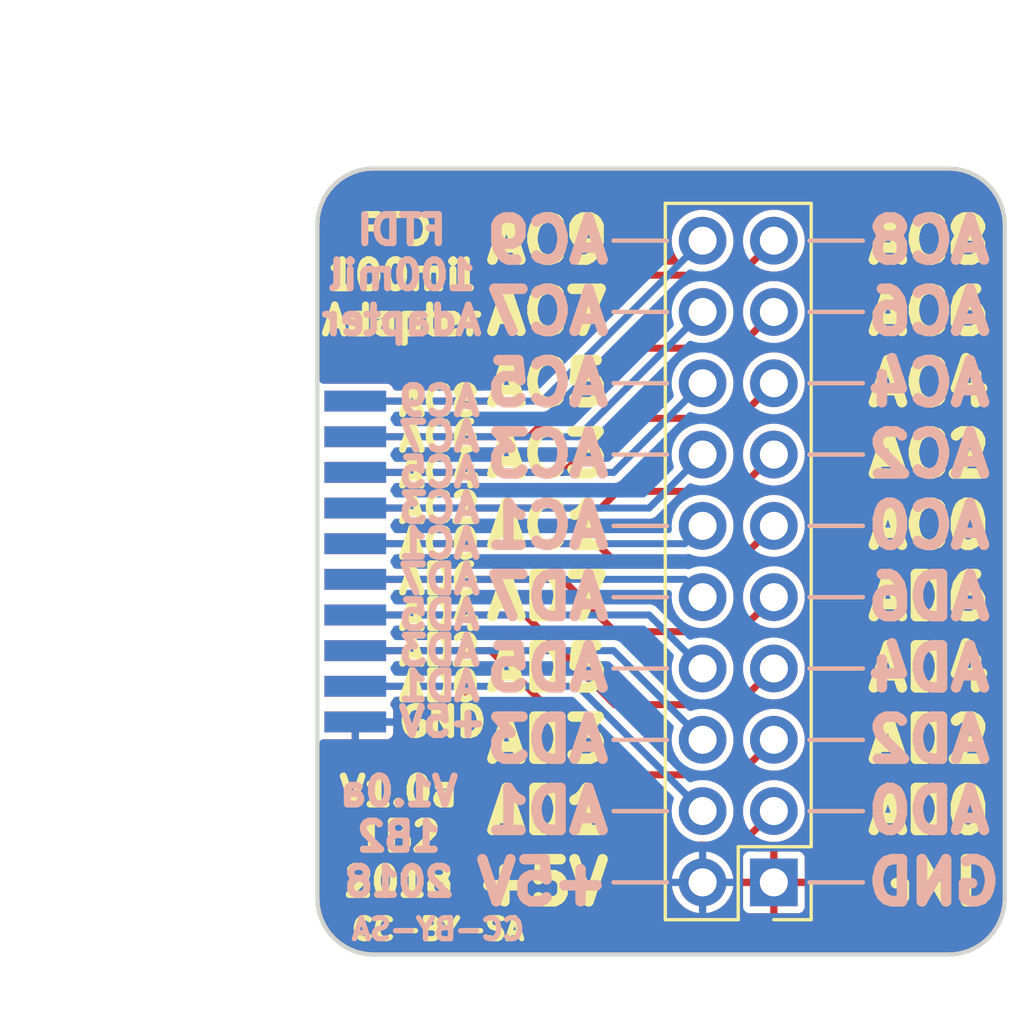
<source format=kicad_pcb>
(kicad_pcb (version 20221018) (generator pcbnew)
  (title_block (title "ftdi 100mil adapter") (rev "V1.0a") (company "1BitSquared") (comment 1 "2018 (C) 1BitSquared <info@1bitsquared.com>") (comment 2 "2018 (C) Piotr Esden-Tempski <piotr@esden.net>") (comment 3 "License: CC-BY-SA 4.0"))
  (layers (0 "F.Cu" signal) (31 "B.Cu" signal) (34 "B.Paste" user) (35 "F.Paste" user) (36 "B.SilkS" user "B.Silkscreen") (37 "F.SilkS" user "F.Silkscreen") (38 "B.Mask" user) (39 "F.Mask" user) (44 "Edge.Cuts" user))
  (net 0 "")
  (net 1 "GND")
  (net 2 "+5V")
  (net 3 "/ADBUS0")
  (net 4 "/ADBUS2")
  (net 5 "/ADBUS4")
  (net 6 "/ADBUS6")
  (net 7 "/ADBUS1")
  (net 8 "/ADBUS3")
  (net 9 "/ADBUS5")
  (net 10 "/ADBUS7")
  (net 11 "/ACBUS1")
  (net 12 "/ACBUS3")
  (net 13 "/ACBUS5")
  (net 14 "/ACBUS7")
  (net 15 "/ACBUS9")
  (net 16 "/ACBUS0")
  (net 17 "/ACBUS2")
  (net 18 "/ACBUS4")
  (net 19 "/ACBUS6")
  (net 20 "/ACBUS8")
  (footprint "Connector_PinHeader_2.54mm:PinHeader_2x10_P2.54mm_Vertical" (layer "F.Cu") (at 46.27 55.43 180)
    (fp_text reference "J2")
    (fp_text value "Conn")
    (fp_line (start -1.33 -1.33) (end 0 -1.33) (stroke (width 0.12)) (layer "F.SilkS"))
    (fp_line (start -1.33 0) (end -1.33 -1.33) (stroke (width 0.12)) (layer "F.SilkS"))
    (fp_line (start -1.33 1.27) (end -1.33 24.19) (stroke (width 0.12)) (layer "F.SilkS"))
    (fp_line (start -1.33 1.27) (end 1.27 1.27) (stroke (width 0.12)) (layer "F.SilkS"))
    (fp_line (start -1.33 24.19) (end 3.87 24.19) (stroke (width 0.12)) (layer "F.SilkS"))
    (fp_line (start 1.27 -1.33) (end 3.87 -1.33) (stroke (width 0.12)) (layer "F.SilkS"))
    (fp_line (start 1.27 1.27) (end 1.27 -1.33) (stroke (width 0.12)) (layer "F.SilkS"))
    (fp_line (start 3.87 -1.33) (end 3.87 24.19) (stroke (width 0.12)) (layer "F.SilkS"))
    (pad "1" thru_hole rect (at 0 0 180) (size 1.7 1.7) (drill 1) (layers "*.Cu" "*.Mask") (net 1 "GND"))
    (pad "2" thru_hole oval (at 2.54 0 180) (size 1.7 1.7) (drill 1) (layers "*.Cu" "*.Mask") (net 2 "+5V"))
    (pad "3" thru_hole oval (at 0 2.54 180) (size 1.7 1.7) (drill 1) (layers "*.Cu" "*.Mask") (net 3 "/ADBUS0"))
    (pad "4" thru_hole oval (at 2.54 2.54 180) (size 1.7 1.7) (drill 1) (layers "*.Cu" "*.Mask") (net 7 "/ADBUS1"))
    (pad "5" thru_hole oval (at 0 5.08 180) (size 1.7 1.7) (drill 1) (layers "*.Cu" "*.Mask") (net 4 "/ADBUS2"))
    (pad "6" thru_hole oval (at 2.54 5.08 180) (size 1.7 1.7) (drill 1) (layers "*.Cu" "*.Mask") (net 8 "/ADBUS3"))
    (pad "7" thru_hole oval (at 0 7.62 180) (size 1.7 1.7) (drill 1) (layers "*.Cu" "*.Mask") (net 5 "/ADBUS4"))
    (pad "8" thru_hole oval (at 2.54 7.62 180) (size 1.7 1.7) (drill 1) (layers "*.Cu" "*.Mask") (net 9 "/ADBUS5"))
    (pad "9" thru_hole oval (at 0 10.16 180) (size 1.7 1.7) (drill 1) (layers "*.Cu" "*.Mask") (net 6 "/ADBUS6"))
    (pad "10" thru_hole oval (at 2.54 10.16 180) (size 1.7 1.7) (drill 1) (layers "*.Cu" "*.Mask") (net 10 "/ADBUS7"))
    (pad "11" thru_hole oval (at 0 12.7 180) (size 1.7 1.7) (drill 1) (layers "*.Cu" "*.Mask") (net 16 "/ACBUS0"))
    (pad "12" thru_hole oval (at 2.54 12.7 180) (size 1.7 1.7) (drill 1) (layers "*.Cu" "*.Mask") (net 11 "/ACBUS1"))
    (pad "13" thru_hole oval (at 0 15.24 180) (size 1.7 1.7) (drill 1) (layers "*.Cu" "*.Mask") (net 17 "/ACBUS2"))
    (pad "14" thru_hole oval (at 2.54 15.24 180) (size 1.7 1.7) (drill 1) (layers "*.Cu" "*.Mask") (net 12 "/ACBUS3"))
    (pad "15" thru_hole oval (at 0 17.78 180) (size 1.7 1.7) (drill 1) (layers "*.Cu" "*.Mask") (net 18 "/ACBUS4"))
    (pad "16" thru_hole oval (at 2.54 17.78 180) (size 1.7 1.7) (drill 1) (layers "*.Cu" "*.Mask") (net 13 "/ACBUS5"))
    (pad "17" thru_hole oval (at 0 20.32 180) (size 1.7 1.7) (drill 1) (layers "*.Cu" "*.Mask") (net 19 "/ACBUS6"))
    (pad "18" thru_hole oval (at 2.54 20.32 180) (size 1.7 1.7) (drill 1) (layers "*.Cu" "*.Mask") (net 14 "/ACBUS7"))
    (pad "19" thru_hole oval (at 0 22.86 180) (size 1.7 1.7) (drill 1) (layers "*.Cu" "*.Mask") (net 20 "/ACBUS8"))
    (pad "20" thru_hole oval (at 2.54 22.86 180) (size 1.7 1.7) (drill 1) (layers "*.Cu" "*.Mask") (net 15 "/ACBUS9"))
  )
  (footprint "pkl_samtec:FTSH-EDGE-20pin" (layer "B.Cu") (at 30 44 90)
    (fp_text reference "J1")
    (fp_text value "Conn")
    (pad "1" smd rect (at -5.715 1.35 90) (size 0.74 2.2) (layers "B.Cu" "B.Paste" "B.Mask") (net 2 "+5V"))
    (pad "2" smd rect (at -5.715 1.35 90) (size 0.74 2.2) (layers "F.Cu" "F.Paste" "F.Mask") (net 1 "GND"))
    (pad "3" smd rect (at -4.445 1.35 90) (size 0.74 2.2) (layers "B.Cu" "B.Paste" "B.Mask") (net 7 "/ADBUS1"))
    (pad "4" smd rect (at -4.445 1.35 90) (size 0.74 2.2) (layers "F.Cu" "F.Paste" "F.Mask") (net 3 "/ADBUS0"))
    (pad "5" smd rect (at -3.175 1.35 90) (size 0.74 2.2) (layers "B.Cu" "B.Paste" "B.Mask") (net 8 "/ADBUS3"))
    (pad "6" smd rect (at -3.175 1.35 90) (size 0.74 2.2) (layers "F.Cu" "F.Paste" "F.Mask") (net 4 "/ADBUS2"))
    (pad "7" smd rect (at -1.905 1.35 90) (size 0.74 2.2) (layers "B.Cu" "B.Paste" "B.Mask") (net 9 "/ADBUS5"))
    (pad "8" smd rect (at -1.905 1.35 90) (size 0.74 2.2) (layers "F.Cu" "F.Paste" "F.Mask") (net 5 "/ADBUS4"))
    (pad "9" smd rect (at -0.635 1.35 90) (size 0.74 2.2) (layers "B.Cu" "B.Paste" "B.Mask") (net 10 "/ADBUS7"))
    (pad "10" smd rect (at -0.635 1.35 90) (size 0.74 2.2) (layers "F.Cu" "F.Paste" "F.Mask") (net 6 "/ADBUS6"))
    (pad "11" smd rect (at 0.635 1.35 90) (size 0.74 2.2) (layers "B.Cu" "B.Paste" "B.Mask") (net 11 "/ACBUS1"))
    (pad "12" smd rect (at 0.635 1.35 90) (size 0.74 2.2) (layers "F.Cu" "F.Paste" "F.Mask") (net 16 "/ACBUS0"))
    (pad "13" smd rect (at 1.905 1.35 90) (size 0.74 2.2) (layers "B.Cu" "B.Paste" "B.Mask") (net 12 "/ACBUS3"))
    (pad "14" smd rect (at 1.905 1.35 90) (size 0.74 2.2) (layers "F.Cu" "F.Paste" "F.Mask") (net 17 "/ACBUS2"))
    (pad "15" smd rect (at 3.175 1.35 90) (size 0.74 2.2) (layers "B.Cu" "B.Paste" "B.Mask") (net 13 "/ACBUS5"))
    (pad "16" smd rect (at 3.175 1.35 90) (size 0.74 2.2) (layers "F.Cu" "F.Paste" "F.Mask") (net 18 "/ACBUS4"))
    (pad "17" smd rect (at 4.445 1.35 90) (size 0.74 2.2) (layers "B.Cu" "B.Paste" "B.Mask") (net 14 "/ACBUS7"))
    (pad "18" smd rect (at 4.445 1.35 90) (size 0.74 2.2) (layers "F.Cu" "F.Paste" "F.Mask") (net 19 "/ACBUS6"))
    (pad "19" smd rect (at 5.715 1.35 90) (size 0.74 2.2) (layers "B.Cu" "B.Paste" "B.Mask") (net 15 "/ACBUS9"))
    (pad "20" smd rect (at 5.715 1.35 90) (size 0.74 2.2) (layers "F.Cu" "F.Paste" "F.Mask") (net 20 "/ACBUS8"))
  )
  (gr_line (start 49.445 32.57) (end 47.54 32.57) (stroke (width 0.15)) (layer "B.SilkS"))
  (gr_line (start 49.445 40.19) (end 47.54 40.19) (stroke (width 0.15)) (layer "B.SilkS"))
  (gr_line (start 49.445 35.11) (end 47.54 35.11) (stroke (width 0.15)) (layer "B.SilkS"))
  (gr_line (start 49.445 47.81) (end 47.54 47.81) (stroke (width 0.15)) (layer "B.SilkS"))
  (gr_line (start 49.445 50.35) (end 47.54 50.35) (stroke (width 0.15)) (layer "B.SilkS"))
  (gr_line (start 49.445 55.43) (end 47.54 55.43) (stroke (width 0.15)) (layer "B.SilkS"))
  (gr_line (start 49.445 42.73) (end 47.54 42.73) (stroke (width 0.15)) (layer "B.SilkS"))
  (gr_line (start 49.445 52.89) (end 47.54 52.89) (stroke (width 0.15)) (layer "B.SilkS"))
  (gr_line (start 49.445 37.65) (end 47.54 37.65) (stroke (width 0.15)) (layer "B.SilkS"))
  (gr_line (start 49.445 45.27) (end 47.54 45.27) (stroke (width 0.15)) (layer "B.SilkS"))
  (gr_line (start 40.555 42.73) (end 42.46 42.73) (stroke (width 0.15)) (layer "B.SilkS"))
  (gr_line (start 40.555 45.27) (end 42.46 45.27) (stroke (width 0.15)) (layer "B.SilkS"))
  (gr_line (start 40.555 35.11) (end 42.46 35.11) (stroke (width 0.15)) (layer "B.SilkS"))
  (gr_line (start 40.555 55.43) (end 42.46 55.43) (stroke (width 0.15)) (layer "B.SilkS"))
  (gr_line (start 40.555 47.81) (end 42.46 47.81) (stroke (width 0.15)) (layer "B.SilkS"))
  (gr_line (start 40.555 50.35) (end 42.46 50.35) (stroke (width 0.15)) (layer "B.SilkS"))
  (gr_line (start 40.555 52.89) (end 42.46 52.89) (stroke (width 0.15)) (layer "B.SilkS"))
  (gr_line (start 40.555 32.57) (end 42.46 32.57) (stroke (width 0.15)) (layer "B.SilkS"))
  (gr_line (start 40.555 40.19) (end 42.46 40.19) (stroke (width 0.15)) (layer "B.SilkS"))
  (gr_line (start 40.555 37.65) (end 42.46 37.65) (stroke (width 0.15)) (layer "B.SilkS"))
  (gr_line (start 49.445 52.89) (end 47.54 52.89) (stroke (width 0.15)) (layer "F.SilkS"))
  (gr_line (start 49.445 37.65) (end 47.54 37.65) (stroke (width 0.15)) (layer "F.SilkS"))
  (gr_line (start 40.555 40.19) (end 42.46 40.19) (stroke (width 0.15)) (layer "F.SilkS"))
  (gr_line (start 40.555 52.89) (end 42.46 52.89) (stroke (width 0.15)) (layer "F.SilkS"))
  (gr_line (start 49.445 47.81) (end 47.54 47.81) (stroke (width 0.15)) (layer "F.SilkS"))
  (gr_line (start 40.555 32.57) (end 42.46 32.57) (stroke (width 0.15)) (layer "F.SilkS"))
  (gr_line (start 49.445 35.11) (end 47.54 35.11) (stroke (width 0.15)) (layer "F.SilkS"))
  (gr_line (start 49.445 55.43) (end 47.54 55.43) (stroke (width 0.15)) (layer "F.SilkS"))
  (gr_line (start 49.445 50.35) (end 47.54 50.35) (stroke (width 0.15)) (layer "F.SilkS"))
  (gr_line (start 40.555 55.43) (end 42.46 55.43) (stroke (width 0.15)) (layer "F.SilkS"))
  (gr_line (start 40.555 42.73) (end 42.46 42.73) (stroke (width 0.15)) (layer "F.SilkS"))
  (gr_line (start 49.445 42.73) (end 47.54 42.73) (stroke (width 0.15)) (layer "F.SilkS"))
  (gr_line (start 49.445 32.57) (end 47.54 32.57) (stroke (width 0.15)) (layer "F.SilkS"))
  (gr_line (start 49.445 45.27) (end 47.54 45.27) (stroke (width 0.15)) (layer "F.SilkS"))
  (gr_line (start 40.555 35.11) (end 42.46 35.11) (stroke (width 0.15)) (layer "F.SilkS"))
  (gr_line (start 40.555 47.81) (end 42.46 47.81) (stroke (width 0.15)) (layer "F.SilkS"))
  (gr_line (start 40.555 50.35) (end 42.46 50.35) (stroke (width 0.15)) (layer "F.SilkS"))
  (gr_line (start 40.555 45.27) (end 42.46 45.27) (stroke (width 0.15)) (layer "F.SilkS"))
  (gr_line (start 40.555 37.65) (end 42.46 37.65) (stroke (width 0.15)) (layer "F.SilkS"))
  (gr_line (start 49.445 40.19) (end 47.54 40.19) (stroke (width 0.15)) (layer "F.SilkS"))
  (gr_arc (start 54.5 56) (mid 53.914214 57.414214) (end 52.5 58) (stroke (width 0.15)) (layer "Edge.Cuts"))
  (gr_line (start 32 30) (end 52.5 30) (stroke (width 0.15)) (layer "Edge.Cuts"))
  (gr_arc (start 30 32) (mid 30.585786 30.585786) (end 32 30) (stroke (width 0.15)) (layer "Edge.Cuts"))
  (gr_line (start 52.5 58) (end 32 58) (stroke (width 0.15)) (layer "Edge.Cuts"))
  (gr_arc (start 32 58) (mid 30.585786 57.414214) (end 30 56) (stroke (width 0.15)) (layer "Edge.Cuts"))
  (gr_line (start 54.5 32) (end 54.5 56) (stroke (width 0.15)) (layer "Edge.Cuts"))
  (gr_line (start 30 56) (end 30 32) (stroke (width 0.15)) (layer "Edge.Cuts"))
  (gr_arc (start 52.5 30) (mid 53.914214 30.585786) (end 54.5 32) (stroke (width 0.15)) (layer "Edge.Cuts"))
  (gr_text "AC9" (at 32.775 38.285) (layer "B.SilkS") (effects (font (size 1 1) (thickness 0.25)) (justify right mirror)))
  (gr_text "AC7" (at 32.775 39.555) (layer "B.SilkS") (effects (font (size 1 1) (thickness 0.25)) (justify right mirror)))
  (gr_text "AC5" (at 32.775 40.825) (layer "B.SilkS") (effects (font (size 1 1) (thickness 0.25)) (justify right mirror)))
  (gr_text "AC3" (at 32.775 42.095) (layer "B.SilkS") (effects (font (size 1 1) (thickness 0.25)) (justify right mirror)))
  (gr_text "AC1" (at 32.775 43.365) (layer "B.SilkS") (effects (font (size 1 1) (thickness 0.25)) (justify right mirror)))
  (gr_text "AD7" (at 32.775 44.635) (layer "B.SilkS") (effects (font (size 1 1) (thickness 0.25)) (justify right mirror)))
  (gr_text "AD5" (at 32.775 45.905) (layer "B.SilkS") (effects (font (size 1 1) (thickness 0.25)) (justify right mirror)))
  (gr_text "AD3" (at 32.775 47.175) (layer "B.SilkS") (effects (font (size 1 1) (thickness 0.25)) (justify right mirror)))
  (gr_text "AD1" (at 32.775 48.445) (layer "B.SilkS") (effects (font (size 1 1) (thickness 0.25)) (justify right mirror)))
  (gr_text "+5V" (at 32.775 49.715) (layer "B.SilkS") (effects (font (size 1 1) (thickness 0.25)) (justify right mirror)))
  (gr_text "AC8" (at 49.445 32.57) (layer "B.SilkS") (effects (font (size 1.5 1.5) (thickness 0.375)) (justify right mirror)))
  (gr_text "AC6" (at 49.445 35.11) (layer "B.SilkS") (effects (font (size 1.5 1.5) (thickness 0.375)) (justify right mirror)))
  (gr_text "AC2" (at 49.445 40.19) (layer "B.SilkS") (effects (font (size 1.5 1.5) (thickness 0.375)) (justify right mirror)))
  (gr_text "AD2" (at 49.445 50.35) (layer "B.SilkS") (effects (font (size 1.5 1.5) (thickness 0.375)) (justify right mirror)))
  (gr_text "AD4" (at 49.445 47.81) (layer "B.SilkS") (effects (font (size 1.5 1.5) (thickness 0.375)) (justify right mirror)))
  (gr_text "AD0" (at 49.445 52.89) (layer "B.SilkS") (effects (font (size 1.5 1.5) (thickness 0.375)) (justify right mirror)))
  (gr_text "AC4" (at 49.445 37.65) (layer "B.SilkS") (effects (font (size 1.5 1.5) (thickness 0.375)) (justify right mirror)))
  (gr_text "AD6" (at 49.445 45.27) (layer "B.SilkS") (effects (font (size 1.5 1.5) (thickness 0.375)) (justify right mirror)))
  (gr_text "AC0" (at 49.445 42.73) (layer "B.SilkS") (effects (font (size 1.5 1.5) (thickness 0.375)) (justify right mirror)))
  (gr_text "GND" (at 49.445 55.43) (layer "B.SilkS") (effects (font (size 1.5 1.5) (thickness 0.375)) (justify right mirror)))
  (gr_text "AC9" (at 40.555 32.57) (layer "B.SilkS") (effects (font (size 1.5 1.5) (thickness 0.375)) (justify left mirror)))
  (gr_text "AC7\n" (at 40.555 35.11) (layer "B.SilkS") (effects (font (size 1.5 1.5) (thickness 0.375)) (justify left mirror)))
  (gr_text "AC5" (at 40.555 37.65) (layer "B.SilkS") (effects (font (size 1.5 1.5) (thickness 0.375)) (justify left mirror)))
  (gr_text "AC3" (at 40.555 40.19) (layer "B.SilkS") (effects (font (size 1.5 1.5) (thickness 0.375)) (justify left mirror)))
  (gr_text "AC1" (at 40.555 42.73) (layer "B.SilkS") (effects (font (size 1.5 1.5) (thickness 0.375)) (justify left mirror)))
  (gr_text "AD7" (at 40.555 45.27) (layer "B.SilkS") (effects (font (size 1.5 1.5) (thickness 0.375)) (justify left mirror)))
  (gr_text "AD5" (at 40.555 47.81) (layer "B.SilkS") (effects (font (size 1.5 1.5) (thickness 0.375)) (justify left mirror)))
  (gr_text "AD3" (at 40.555 50.35) (layer "B.SilkS") (effects (font (size 1.5 1.5) (thickness 0.375)) (justify left mirror)))
  (gr_text "AD1" (at 40.555 52.89) (layer "B.SilkS") (effects (font (size 1.5 1.5) (thickness 0.375)) (justify left mirror)))
  (gr_text "+5V" (at 40.555 55.43) (layer "B.SilkS") (effects (font (size 1.5 1.5) (thickness 0.375)) (justify left mirror)))
  (gr_text "FTDI\n100mil\nAdapter" (at 33 33.8) (layer "B.SilkS") (effects (font (size 1 1) (thickness 0.25)) (justify mirror)))
  (gr_text "V1.0a\n1B2\n2018" (at 32.9 53.8) (layer "B.SilkS") (effects (font (size 1 1) (thickness 0.25)) (justify mirror)))
  (gr_text "CC-BY-SA" (at 34.3 57.1) (layer "B.SilkS") (effects (font (size 0.75 0.75) (thickness 0.1875)) (justify mirror)))
  (gr_text "GND" (at 32.775 49.715) (layer "F.SilkS") (effects (font (size 1 1) (thickness 0.25)) (justify left)))
  (gr_text "AD1" (at 40.555 52.89) (layer "F.SilkS") (effects (font (size 1.5 1.5) (thickness 0.375)) (justify right)))
  (gr_text "AD0" (at 32.775 48.445) (layer "F.SilkS") (effects (font (size 1 1) (thickness 0.25)) (justify left)))
  (gr_text "AD2" (at 32.775 47.175) (layer "F.SilkS") (effects (font (size 1 1) (thickness 0.25)) (justify left)))
  (gr_text "AD4" (at 32.775 45.905) (layer "F.SilkS") (effects (font (size 1 1) (thickness 0.25)) (justify left)))
  (gr_text "AD6" (at 32.775 44.635) (layer "F.SilkS") (effects (font (size 1 1) (thickness 0.25)) (justify left)))
  (gr_text "AC0" (at 32.775 43.365) (layer "F.SilkS") (effects (font (size 1 1) (thickness 0.25)) (justify left)))
  (gr_text "AC2" (at 32.775 42.095) (layer "F.SilkS") (effects (font (size 1 1) (thickness 0.25)) (justify left)))
  (gr_text "AC4" (at 32.775 40.825) (layer "F.SilkS") (effects (font (size 1 1) (thickness 0.25)) (justify left)))
  (gr_text "AC6" (at 32.775 39.555) (layer "F.SilkS") (effects (font (size 1 1) (thickness 0.25)) (justify left)))
  (gr_text "AC8" (at 32.775 38.285) (layer "F.SilkS") (effects (font (size 1 1) (thickness 0.25)) (justify left)))
  (gr_text "GND" (at 49.445 55.43) (layer "F.SilkS") (effects (font (size 1.5 1.5) (thickness 0.375)) (justify left)))
  (gr_text "AD0" (at 49.445 52.89) (layer "F.SilkS") (effects (font (size 1.5 1.5) (thickness 0.375)) (justify left)))
  (gr_text "AD2" (at 49.445 50.35) (layer "F.SilkS") (effects (font (size 1.5 1.5) (thickness 0.375)) (justify left)))
  (gr_text "AD4" (at 49.445 47.81) (layer "F.SilkS") (effects (font (size 1.5 1.5) (thickness 0.375)) (justify left)))
  (gr_text "AD6" (at 49.445 45.27) (layer "F.SilkS") (effects (font (size 1.5 1.5) (thickness 0.375)) (justify left)))
  (gr_text "AC0" (at 49.445 42.73) (layer "F.SilkS") (effects (font (size 1.5 1.5) (thickness 0.375)) (justify left)))
  (gr_text "AC2" (at 49.445 40.19) (layer "F.SilkS") (effects (font (size 1.5 1.5) (thickness 0.375)) (justify left)))
  (gr_text "AC4" (at 49.445 37.65) (layer "F.SilkS") (effects (font (size 1.5 1.5) (thickness 0.375)) (justify left)))
  (gr_text "AC6" (at 49.445 35.11) (layer "F.SilkS") (effects (font (size 1.5 1.5) (thickness 0.375)) (justify left)))
  (gr_text "AC8" (at 49.445 32.57) (layer "F.SilkS") (effects (font (size 1.5 1.5) (thickness 0.375)) (justify left)))
  (gr_text "AD3" (at 40.555 50.35) (layer "F.SilkS") (effects (font (size 1.5 1.5) (thickness 0.375)) (justify right)))
  (gr_text "AD5" (at 40.555 47.81) (layer "F.SilkS") (effects (font (size 1.5 1.5) (thickness 0.375)) (justify right)))
  (gr_text "AD7" (at 40.555 45.27) (layer "F.SilkS") (effects (font (size 1.5 1.5) (thickness 0.375)) (justify right)))
  (gr_text "AC1" (at 40.555 42.73) (layer "F.SilkS") (effects (font (size 1.5 1.5) (thickness 0.375)) (justify right)))
  (gr_text "AC3" (at 40.555 40.19) (layer "F.SilkS") (effects (font (size 1.5 1.5) (thickness 0.375)) (justify right)))
  (gr_text "AC5" (at 40.555 37.65) (layer "F.SilkS") (effects (font (size 1.5 1.5) (thickness 0.375)) (justify right)))
  (gr_text "AC7\n" (at 40.555 35.11) (layer "F.SilkS") (effects (font (size 1.5 1.5) (thickness 0.375)) (justify right)))
  (gr_text "AC9" (at 40.555 32.57) (layer "F.SilkS") (effects (font (size 1.5 1.5) (thickness 0.375)) (justify right)))
  (gr_text "V1.0a\n1B2\n2018" (at 32.9 53.8) (layer "F.SilkS") (effects (font (size 1 1) (thickness 0.25))))
  (gr_text "CC-BY-SA" (at 34.3 57.1) (layer "F.SilkS") (effects (font (size 0.75 0.75) (thickness 0.1875))))
  (gr_text "+5V" (at 40.555 55.43) (layer "F.SilkS") (effects (font (size 1.5 1.5) (thickness 0.375)) (justify right)))
  (gr_text "FTDI\n100mil\nAdapter" (at 33 33.8) (layer "F.SilkS") (effects (font (size 1 1) (thickness 0.25))))
  (segment (start 45.06 54.1) (end 46.27 52.89) (width 0.25) (layer "F.Cu") (net 3))
  (segment (start 34.945 48.445) (end 40.6 54.1) (width 0.25) (layer "F.Cu") (net 3))
  (segment (start 40.6 54.1) (end 45.06 54.1) (width 0.25) (layer "F.Cu") (net 3))
  (segment (start 31.35 48.445) (end 34.945 48.445) (width 0.25) (layer "F.Cu") (net 3))
  (segment (start 40.6 51.6) (end 45.02 51.6) (width 0.25) (layer "F.Cu") (net 4))
  (segment (start 45.02 51.6) (end 46.27 50.35) (width 0.25) (layer "F.Cu") (net 4))
  (segment (start 31.35 47.175) (end 36.175 47.175) (width 0.25) (layer "F.Cu") (net 4))
  (segment (start 36.175 47.175) (end 40.6 51.6) (width 0.25) (layer "F.Cu") (net 4))
  (segment (start 44.98 49.1) (end 46.27 47.81) (width 0.25) (layer "F.Cu") (net 5))
  (segment (start 31.35 45.905) (end 37.405 45.905) (width 0.25) (layer "F.Cu") (net 5))
  (segment (start 37.405 45.905) (end 40.6 49.1) (width 0.25) (layer "F.Cu") (net 5))
  (segment (start 40.6 49.1) (end 44.98 49.1) (width 0.25) (layer "F.Cu") (net 5))
  (segment (start 38.735 44.635) (end 40.6 46.5) (width 0.25) (layer "F.Cu") (net 6))
  (segment (start 31.35 44.635) (end 38.735 44.635) (width 0.25) (layer "F.Cu") (net 6))
  (segment (start 45.04 46.5) (end 46.27 45.27) (width 0.25) (layer "F.Cu") (net 6))
  (segment (start 40.6 46.5) (end 45.04 46.5) (width 0.25) (layer "F.Cu") (net 6))
  (segment (start 31.35 48.445) (end 39.285 48.445) (width 0.25) (layer "B.Cu") (net 7))
  (segment (start 39.285 48.445) (end 43.73 52.89) (width 0.25) (layer "B.Cu") (net 7))
  (segment (start 40.555 47.175) (end 43.73 50.35) (width 0.25) (layer "B.Cu") (net 8))
  (segment (start 31.35 47.175) (end 40.555 47.175) (width 0.25) (layer "B.Cu") (net 8))
  (segment (start 31.35 45.905) (end 41.825 45.905) (width 0.25) (layer "B.Cu") (net 9))
  (segment (start 41.825 45.905) (end 43.73 47.81) (width 0.25) (layer "B.Cu") (net 9))
  (segment (start 31.35 44.635) (end 43.095 44.635) (width 0.25) (layer "B.Cu") (net 10))
  (segment (start 43.095 44.635) (end 43.73 45.27) (width 0.25) (layer "B.Cu") (net 10))
  (segment (start 43.095 43.365) (end 43.73 42.73) (width 0.25) (layer "B.Cu") (net 11))
  (segment (start 31.35 43.365) (end 43.095 43.365) (width 0.25) (layer "B.Cu") (net 11))
  (segment (start 31.35 42.095) (end 41.825 42.095) (width 0.25) (layer "B.Cu") (net 12))
  (segment (start 41.825 42.095) (end 43.73 40.19) (width 0.25) (layer "B.Cu") (net 12))
  (segment (start 40.555 40.825) (end 43.73 37.65) (width 0.25) (layer "B.Cu") (net 13))
  (segment (start 31.35 40.825) (end 40.555 40.825) (width 0.25) (layer "B.Cu") (net 13))
  (segment (start 39.285 39.555) (end 43.73 35.11) (width 0.25) (layer "B.Cu") (net 14))
  (segment (start 31.35 39.555) (end 39.285 39.555) (width 0.25) (layer "B.Cu") (net 14))
  (segment (start 38.015 38.285) (end 43.73 32.57) (width 0.25) (layer "B.Cu") (net 15))
  (segment (start 31.35 38.285) (end 38.015 38.285) (width 0.25) (layer "B.Cu") (net 15))
  (segment (start 40.6 44) (end 45 44) (width 0.25) (layer "F.Cu") (net 16))
  (segment (start 45 44) (end 46.27 42.73) (width 0.25) (layer "F.Cu") (net 16))
  (segment (start 39.965 43.365) (end 40.6 44) (width 0.25) (layer "F.Cu") (net 16))
  (segment (start 31.35 43.365) (end 39.965 43.365) (width 0.25) (layer "F.Cu") (net 16))
  (segment (start 45.420001 41.039999) (end 46.27 40.19) (width 0.25) (layer "F.Cu") (net 17))
  (segment (start 31.35 42.095) (end 40.105 42.095) (width 0.25) (layer "F.Cu") (net 17))
  (segment (start 44.96 41.5) (end 45.420001 41.039999) (width 0.25) (layer "F.Cu") (net 17))
  (segment (start 40.105 42.095) (end 40.7 41.5) (width 0.25) (layer "F.Cu") (net 17))
  (segment (start 40.7 41.5) (end 44.96 41.5) (width 0.25) (layer "F.Cu") (net 17))
  (segment (start 31.35 40.825) (end 38.775 40.825) (width 0.25) (layer "F.Cu") (net 18))
  (segment (start 45.02 38.9) (end 46.27 37.65) (width 0.25) (layer "F.Cu") (net 18))
  (segment (start 38.775 40.825) (end 40.7 38.9) (width 0.25) (layer "F.Cu") (net 18))
  (segment (start 40.7 38.9) (end 45.02 38.9) (width 0.25) (layer "F.Cu") (net 18))
  (segment (start 40.7 36.4) (end 44.98 36.4) (width 0.25) (layer "F.Cu") (net 19))
  (segment (start 37.545 39.555) (end 40.7 36.4) (width 0.25) (layer "F.Cu") (net 19))
  (segment (start 44.98 36.4) (end 46.27 35.11) (width 0.25) (layer "F.Cu") (net 19))
  (segment (start 31.35 39.555) (end 37.545 39.555) (width 0.25) (layer "F.Cu") (net 19))
  (segment (start 31.35 38.285) (end 36.115 38.285) (width 0.25) (layer "F.Cu") (net 20))
  (segment (start 36.115 38.285) (end 40.6 33.8) (width 0.25) (layer "F.Cu") (net 20))
  (segment (start 40.6 33.8) (end 45.04 33.8) (width 0.25) (layer "F.Cu") (net 20))
  (segment (start 45.04 33.8) (end 46.27 32.57) (width 0.25) (layer "F.Cu") (net 20))
  (zone (net 1) (net_name "GND") (layer "F.Cu") (connect_pads (clearance 0.25)) (min_thickness 0.25) (fill yes (thermal_gap 0.25) (thermal_bridge_width 0.26))
    (polygon (pts (xy 30 30) (xy 54.5 30) (xy 54.5 58) (xy 30 58)))
  )
  (zone (net 2) (net_name "+5V") (layer "B.Cu") (connect_pads (clearance 0.25)) (min_thickness 0.25) (fill yes (thermal_gap 0.25) (thermal_bridge_width 0.26))
    (polygon (pts (xy 30 30) (xy 54.5 30) (xy 54.5 58) (xy 30 58)))
  )
)
</source>
